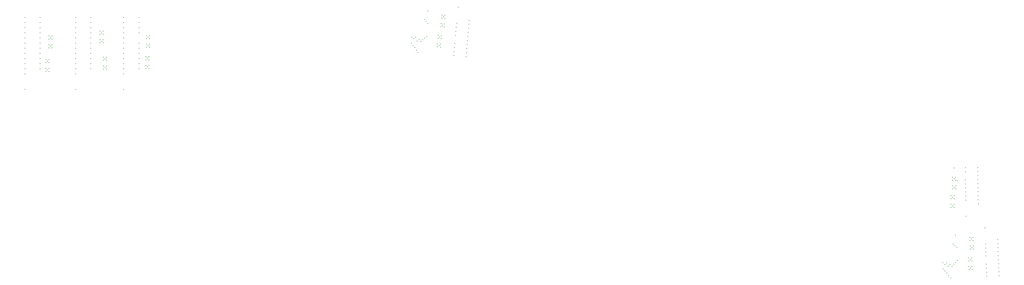
<source format=gbr>
*
G4_C Author: OrCAD GerbTool(tm) 8.1.1 Thu Jun 19 01:00:05 2003*
G4 Mass Parameters *
G4 Image *
G4 Aperture Definitions *
G4 Plot Data *
G4 Mass Parameters *
G4 Image *
G4 Aperture Definitions *
G4 Plot Data *
G4 Mass Parameters *
G4 Image *
G4 Aperture Definitions *
G4 Plot Data *
G4 Mass Parameters *
G4 Image *
G4 Aperture Definitions *
G4 Plot Data *
%LPD*%
%FSLAX34Y34*%
%MOIN*%
%AD*%
%ADD10R,0.050000X0.050000*%
%ADD11C,0.006000*%
%ADD12C,0.019000*%
%ADD13C,0.007900*%
%ADD14C,0.005000*%
%ADD15C,0.000800*%
%ADD16R,0.070000X0.025000*%
%ADD17R,0.068000X0.023000*%
%ADD18C,0.006000*%
%ADD19C,0.009800*%
%ADD20C,0.010000*%
%ADD21C,0.030000*%
%ADD22C,0.060000*%
%ADD23C,0.035000*%
%ADD24C,0.055000*%
%ADD25C,0.065000*%
%ADD256C,0.015000*%
%ADD257C,0.011000*%
%ADD258C,0.036000*%
G4_C OrCAD GerbTool Tool List *
G4_D256 2 0.0150 T 0 0*
G4_D257 1 0.0110 T 0 0*
G4_D258 3 0.0360 T 0 0*
G54D257*
G1X11841Y38867D3*
G1X11839Y38367D3*
G1X11839Y37867D3*
G1X11841Y36366D3*
G1X11840Y35866D3*
G1X11839Y35367D3*
G1X11839Y34867D3*
G1X11840Y34367D3*
G1X11840Y33866D3*
G1X10369Y38868D3*
G1X10369Y38368D3*
G1X10368Y37867D3*
G1X10368Y37368D3*
G1X10368Y36868D3*
G1X10368Y36367D3*
G1X10369Y35867D3*
G1X10369Y35368D3*
G1X10368Y34867D3*
G1X10369Y34368D3*
G1X10368Y33868D3*
G1X10369Y33367D3*
G1X10368Y31868D3*
G1X11839Y37367D3*
G1X12827Y33897D3*
G1X12827Y34198D3*
G1X12528Y33897D3*
G1X12528Y34197D3*
G1X12678Y34047D3*
G1X12827Y34737D3*
G1X12827Y35038D3*
G1X12527Y34737D3*
G1X12527Y35037D3*
G1X12677Y34887D3*
G1X12904Y35961D3*
G1X12904Y36261D3*
G1X12604Y35961D3*
G1X12604Y36261D3*
G1X12754Y36111D3*
G1X12903Y36801D3*
G1X12903Y37101D3*
G1X12604Y36801D3*
G1X12604Y37101D3*
G1X12754Y36951D3*
G1X7150Y37367D3*
G1X7151Y36866D3*
G1X7152Y36366D3*
G1X7151Y35866D3*
G1X7150Y35367D3*
G1X7150Y34867D3*
G1X7151Y34367D3*
G1X7151Y33866D3*
G1X5680Y38869D3*
G1X5680Y38369D3*
G1X5679Y37868D3*
G1X5679Y37369D3*
G1X5679Y36869D3*
G1X5679Y36368D3*
G1X5680Y35868D3*
G1X5680Y35369D3*
G1X5679Y34868D3*
G1X5680Y34369D3*
G1X5679Y33869D3*
G1X5680Y33368D3*
G1X5679Y31868D3*
G1X7150Y38867D3*
G1X7150Y38367D3*
G1X7150Y37867D3*
G1X8696Y33843D3*
G1X8696Y34143D3*
G1X8396Y33843D3*
G1X8397Y34143D3*
G1X8547Y33993D3*
G1X8695Y34683D3*
G1X8695Y34983D3*
G1X8396Y34683D3*
G1X8396Y34983D3*
G1X8546Y34833D3*
G1X8365Y36385D3*
G1X8365Y36686D3*
G1X8066Y36385D3*
G1X8066Y36685D3*
G1X8216Y36535D3*
G1X8365Y37225D3*
G1X8365Y37525D3*
G1X8065Y37225D3*
G1X8065Y37525D3*
G1X8215Y37375D3*
G1X2223Y38866D3*
G1X2221Y38366D3*
G1X2221Y37866D3*
G1X2221Y37366D3*
G1X2222Y36865D3*
G1X2223Y36365D3*
G1X2222Y35865D3*
G1X2221Y35366D3*
G1X2221Y34866D3*
G1X2222Y34366D3*
G1X2222Y33865D3*
G1X751Y38867D3*
G1X751Y38367D3*
G1X750Y37866D3*
G1X750Y37367D3*
G1X750Y36867D3*
G1X750Y36366D3*
G1X751Y35866D3*
G1X751Y35367D3*
G1X750Y34866D3*
G1X751Y34367D3*
G1X750Y33867D3*
G1X751Y33366D3*
G1X750Y31866D3*
G1X3084Y33608D3*
G1X3084Y33908D3*
G1X2784Y33608D3*
G1X2784Y33908D3*
G1X2934Y33758D3*
G1X3083Y34448D3*
G1X3083Y34748D3*
G1X2783Y34448D3*
G1X2784Y34747D3*
G1X2933Y34598D3*
G1X3403Y35912D3*
G1X3403Y36212D3*
G1X3103Y35912D3*
G1X3103Y36212D3*
G1X3253Y36062D3*
G1X3402Y36752D3*
G1X3402Y37052D3*
G1X3102Y36752D3*
G1X3103Y37051D3*
G1X3252Y36902D3*
G1X39117Y36736D3*
G1X39003Y35441D3*
G1X39639Y38679D3*
G1X39798Y38489D3*
G1X39957Y38299D3*
G1X39845Y37022D3*
G1X39655Y36863D3*
G1X39466Y36704D3*
G1X39276Y36545D3*
G1X38436Y36972D3*
G1X38595Y36781D3*
G1X38929Y36576D3*
G1X38785Y36941D3*
G1X38694Y35930D3*
G1X38537Y36139D3*
G1X38846Y35659D3*
G1X38381Y36369D3*
G1X43694Y35043D3*
G1X43729Y35437D3*
G1X43763Y35828D3*
G1X43797Y36220D3*
G1X43831Y36612D3*
G1X43866Y37004D3*
G1X43900Y37396D3*
G1X43934Y37789D3*
G1X43969Y38181D3*
G1X44003Y38573D3*
G1X42498Y35148D3*
G1X42532Y35541D3*
G1X42566Y35932D3*
G1X42601Y36325D3*
G1X42669Y37109D3*
G1X42704Y37501D3*
G1X42738Y37894D3*
G1X42772Y38286D3*
G1X42909Y39853D3*
G1X41178Y35961D3*
G1X41204Y36260D3*
G1X40879Y35987D3*
G1X40905Y36286D3*
G1X41041Y36124D3*
G1X41250Y36798D3*
G1X41276Y37097D3*
G1X40951Y36824D3*
G1X40978Y37122D3*
G1X41113Y36961D3*
G1X41539Y37936D3*
G1X41565Y38235D3*
G1X41240Y37962D3*
G1X41266Y38261D3*
G1X41403Y38099D3*
G1X41611Y38773D3*
G1X41637Y39072D3*
G1X41312Y38799D3*
G1X41339Y39097D3*
G1X41475Y38936D3*
G1X39968Y39487D3*
G1X91486Y22968D3*
G1X93539Y20698D3*
G1X93532Y21092D3*
G1X93525Y21485D3*
G1X93518Y21880D3*
G1X93511Y22273D3*
G1X93505Y22668D3*
G1X93498Y23060D3*
G1X93491Y23454D3*
G1X93484Y23848D3*
G1X93477Y24241D3*
G1X92360Y19497D3*
G1X92332Y21071D3*
G1X92325Y21464D3*
G1X92318Y21858D3*
G1X92312Y22252D3*
G1X92305Y22646D3*
G1X92298Y23039D3*
G1X92284Y23826D3*
G1X92277Y24220D3*
G1X91196Y20355D3*
G1X91190Y20655D3*
G1X90896Y20350D3*
G1X90890Y20650D3*
G1X91043Y20503D3*
G1X91180Y21195D3*
G1X91175Y21495D3*
G1X90880Y21190D3*
G1X90876Y21489D3*
G1X91027Y21343D3*
G1X91353Y22164D3*
G1X91348Y22464D3*
G1X91053Y22159D3*
G1X91048Y22459D3*
G1X91200Y22312D3*
G1X91337Y23004D3*
G1X91332Y23304D3*
G1X91037Y22999D3*
G1X91033Y23298D3*
G1X91185Y23152D3*
G1X91203Y24201D3*
G1X90805Y14812D3*
G1X90849Y13513D3*
G1X91085Y16804D3*
G1X91266Y16635D3*
G1X91447Y16466D3*
G1X91492Y15185D3*
G1X91323Y15004D3*
G1X91155Y14823D3*
G1X90986Y14642D3*
G1X90100Y14964D3*
G1X90281Y14794D3*
G1X90637Y14630D3*
G1X90450Y14976D3*
G1X90483Y13961D3*
G1X90302Y14149D3*
G1X90667Y13711D3*
G1X90119Y14359D3*
G1X95554Y13690D3*
G1X95540Y14085D3*
G1X95526Y14478D3*
G1X95513Y14870D3*
G1X95499Y15264D3*
G1X95485Y15657D3*
G1X95471Y16051D3*
G1X95458Y16444D3*
G1X95444Y16838D3*
G1X95430Y17231D3*
G1X94353Y13648D3*
G1X94340Y14042D3*
G1X94326Y14435D3*
G1X94312Y14828D3*
G1X94285Y15615D3*
G1X94271Y16009D3*
G1X94257Y16402D3*
G1X94244Y16796D3*
G1X94189Y18368D3*
G1X92944Y14294D3*
G1X92934Y14594D3*
G1X92644Y14284D3*
G1X92634Y14584D3*
G1X92789Y14439D3*
G1X92914Y15134D3*
G1X92903Y15434D3*
G1X92614Y15123D3*
G1X92605Y15422D3*
G1X92759Y15279D3*
G1X93062Y16299D3*
G1X93052Y16599D3*
G1X92762Y16288D3*
G1X92752Y16588D3*
G1X92907Y16443D3*
G1X93032Y17138D3*
G1X93021Y17438D3*
G1X92732Y17128D3*
G1X92723Y17427D3*
G1X92877Y17283D3*
G1X91314Y17647D3*
M2*

</source>
